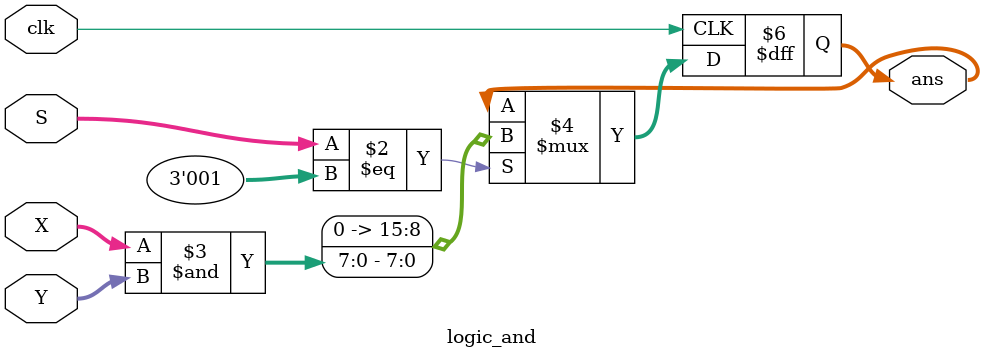
<source format=v>
module logic_and(
	input [7:0] X,
	input [7:0] Y,
	input [2:0] S,
	output reg[15:0] ans,
	input clk
);
	always@(posedge clk)
	begin
		if(S==3'b001)
		begin
			ans<={8'b0000_0000,X&Y};
		end
	end
endmodule

</source>
